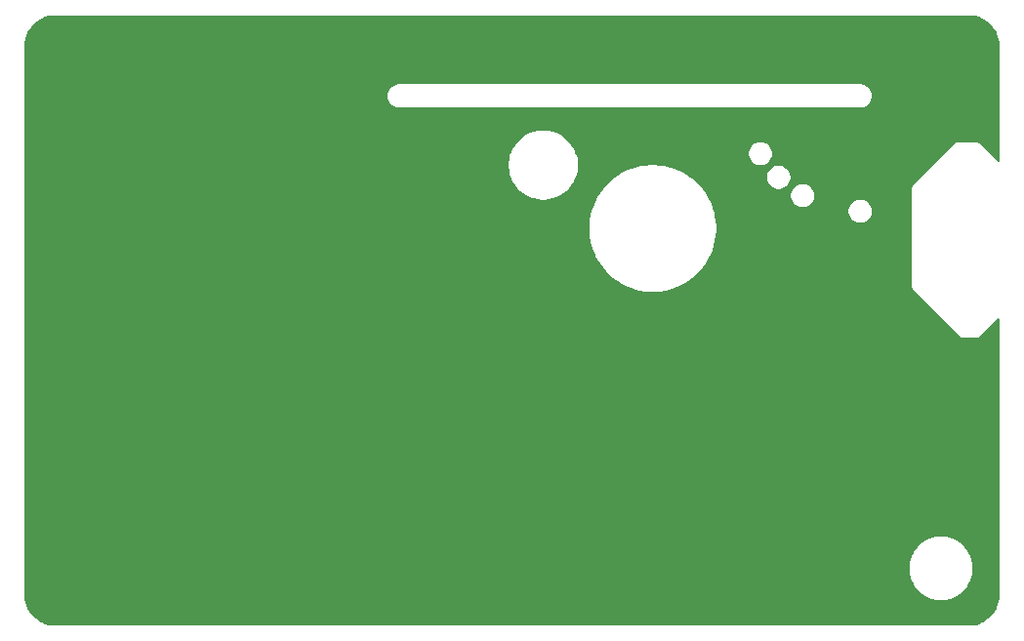
<source format=gbr>
%TF.GenerationSoftware,KiCad,Pcbnew,9.0.0*%
%TF.CreationDate,2025-03-10T22:23:41-04:00*%
%TF.ProjectId,cinnruler,63696e6e-7275-46c6-9572-2e6b69636164,rev?*%
%TF.SameCoordinates,Original*%
%TF.FileFunction,Copper,L1,Top*%
%TF.FilePolarity,Positive*%
%FSLAX46Y46*%
G04 Gerber Fmt 4.6, Leading zero omitted, Abs format (unit mm)*
G04 Created by KiCad (PCBNEW 9.0.0) date 2025-03-10 22:23:41*
%MOMM*%
%LPD*%
G01*
G04 APERTURE LIST*
G04 APERTURE END LIST*
%TA.AperFunction,NonConductor*%
G36*
X172420986Y-60499141D02*
G01*
X172450878Y-60500819D01*
X172710573Y-60515405D01*
X172724377Y-60516961D01*
X173006889Y-60564963D01*
X173020440Y-60568056D01*
X173295805Y-60647390D01*
X173308909Y-60651975D01*
X173559114Y-60755615D01*
X173573662Y-60761642D01*
X173586190Y-60767676D01*
X173836978Y-60906284D01*
X173848752Y-60913682D01*
X174082450Y-61079503D01*
X174093322Y-61088173D01*
X174306990Y-61279122D01*
X174316822Y-61288955D01*
X174507758Y-61502617D01*
X174516428Y-61513489D01*
X174682245Y-61747190D01*
X174689643Y-61758964D01*
X174828248Y-62009757D01*
X174834282Y-62022286D01*
X174943939Y-62287033D01*
X174948531Y-62300158D01*
X175027854Y-62575509D01*
X175030948Y-62589066D01*
X175078943Y-62871565D01*
X175080500Y-62885383D01*
X175096822Y-63176100D01*
X175097017Y-63183049D01*
X175097017Y-63214892D01*
X175097017Y-63244331D01*
X175097017Y-63244333D01*
X175097018Y-63254325D01*
X175097018Y-73089842D01*
X175077333Y-73156881D01*
X175024529Y-73202636D01*
X174955371Y-73212580D01*
X174891815Y-73183555D01*
X174885337Y-73177523D01*
X173307316Y-71599502D01*
X173307314Y-71599500D01*
X173200707Y-71537950D01*
X173193187Y-71533608D01*
X173129539Y-71516554D01*
X173065892Y-71499500D01*
X171565892Y-71499500D01*
X171434107Y-71499500D01*
X171306812Y-71533608D01*
X171192686Y-71599500D01*
X171192683Y-71599502D01*
X167599502Y-75192683D01*
X167599500Y-75192686D01*
X167533608Y-75306812D01*
X167499500Y-75434108D01*
X167499500Y-84065891D01*
X167533608Y-84193187D01*
X167566554Y-84250250D01*
X167599500Y-84307314D01*
X167599501Y-84307315D01*
X167599502Y-84307316D01*
X171595159Y-88302972D01*
X171595169Y-88302983D01*
X171599499Y-88307313D01*
X171599500Y-88307314D01*
X171692686Y-88400500D01*
X171806814Y-88466392D01*
X171934107Y-88500500D01*
X171934108Y-88500500D01*
X171934109Y-88500500D01*
X173065890Y-88500500D01*
X173065892Y-88500500D01*
X173193186Y-88466392D01*
X173307314Y-88400500D01*
X174885337Y-86822475D01*
X174946660Y-86788991D01*
X175016352Y-86793975D01*
X175072285Y-86835847D01*
X175096702Y-86901311D01*
X175097018Y-86910157D01*
X175097018Y-110794956D01*
X175096823Y-110801911D01*
X175080556Y-111091493D01*
X175078999Y-111105310D01*
X175030995Y-111387818D01*
X175027900Y-111401375D01*
X174948572Y-111676716D01*
X174943980Y-111689841D01*
X174834314Y-111954591D01*
X174828280Y-111967119D01*
X174689671Y-112217909D01*
X174682273Y-112229683D01*
X174516449Y-112463388D01*
X174507779Y-112474260D01*
X174316837Y-112687921D01*
X174307005Y-112697753D01*
X174093343Y-112888692D01*
X174082471Y-112897362D01*
X173848764Y-113063185D01*
X173836990Y-113070583D01*
X173586192Y-113209194D01*
X173573664Y-113215227D01*
X173308928Y-113324885D01*
X173295802Y-113329478D01*
X173020443Y-113408807D01*
X173006887Y-113411901D01*
X172724387Y-113459901D01*
X172710570Y-113461458D01*
X172550096Y-113470471D01*
X172420481Y-113477751D01*
X172413541Y-113477946D01*
X93251015Y-113477946D01*
X93243410Y-113477945D01*
X93243407Y-113477945D01*
X93213147Y-113477945D01*
X93180991Y-113477945D01*
X93180990Y-113477944D01*
X93174041Y-113477750D01*
X92884454Y-113461489D01*
X92870636Y-113459932D01*
X92588130Y-113411934D01*
X92574573Y-113408840D01*
X92299216Y-113329513D01*
X92286091Y-113324921D01*
X92021334Y-113215258D01*
X92008806Y-113209224D01*
X91758010Y-113070617D01*
X91746236Y-113063219D01*
X91512529Y-112897398D01*
X91501657Y-112888728D01*
X91287990Y-112697787D01*
X91278157Y-112687955D01*
X91087202Y-112474282D01*
X91078532Y-112463410D01*
X90912702Y-112229699D01*
X90905312Y-112217937D01*
X90766691Y-111967127D01*
X90760658Y-111954599D01*
X90752285Y-111934386D01*
X90650993Y-111689856D01*
X90646407Y-111676749D01*
X90567070Y-111401375D01*
X90563978Y-111387829D01*
X90534766Y-111215911D01*
X90515972Y-111105309D01*
X90514416Y-111091497D01*
X90511811Y-111045131D01*
X90498214Y-110803066D01*
X90498019Y-110796112D01*
X90498019Y-108345528D01*
X167249500Y-108345528D01*
X167249500Y-108654471D01*
X167284086Y-108961437D01*
X167284089Y-108961455D01*
X167352831Y-109262635D01*
X167352835Y-109262647D01*
X167454862Y-109554222D01*
X167454868Y-109554236D01*
X167588903Y-109832562D01*
X167588905Y-109832565D01*
X167753265Y-110094143D01*
X167945880Y-110335674D01*
X168164326Y-110554120D01*
X168405857Y-110746735D01*
X168667435Y-110911095D01*
X168945771Y-111045135D01*
X168945777Y-111045137D01*
X169237352Y-111147164D01*
X169237364Y-111147168D01*
X169538548Y-111215911D01*
X169538554Y-111215911D01*
X169538562Y-111215913D01*
X169743206Y-111238970D01*
X169845529Y-111250499D01*
X169845532Y-111250500D01*
X169845535Y-111250500D01*
X170154468Y-111250500D01*
X170154469Y-111250499D01*
X170311356Y-111232822D01*
X170461437Y-111215913D01*
X170461442Y-111215912D01*
X170461452Y-111215911D01*
X170762636Y-111147168D01*
X171054229Y-111045135D01*
X171332565Y-110911095D01*
X171594143Y-110746735D01*
X171835674Y-110554120D01*
X172054120Y-110335674D01*
X172246735Y-110094143D01*
X172411095Y-109832565D01*
X172545135Y-109554229D01*
X172647168Y-109262636D01*
X172715911Y-108961452D01*
X172750500Y-108654465D01*
X172750500Y-108345535D01*
X172715911Y-108038548D01*
X172647168Y-107737364D01*
X172545135Y-107445771D01*
X172411095Y-107167435D01*
X172246735Y-106905857D01*
X172054120Y-106664326D01*
X171835674Y-106445880D01*
X171594143Y-106253265D01*
X171332565Y-106088905D01*
X171332562Y-106088903D01*
X171054236Y-105954868D01*
X171054222Y-105954862D01*
X170762647Y-105852835D01*
X170762635Y-105852831D01*
X170461455Y-105784089D01*
X170461437Y-105784086D01*
X170154471Y-105749500D01*
X170154465Y-105749500D01*
X169845535Y-105749500D01*
X169845528Y-105749500D01*
X169538562Y-105784086D01*
X169538544Y-105784089D01*
X169237364Y-105852831D01*
X169237352Y-105852835D01*
X168945777Y-105954862D01*
X168945763Y-105954868D01*
X168667437Y-106088903D01*
X168405858Y-106253264D01*
X168164326Y-106445879D01*
X167945879Y-106664326D01*
X167753264Y-106905858D01*
X167588903Y-107167437D01*
X167454868Y-107445763D01*
X167454862Y-107445777D01*
X167352835Y-107737352D01*
X167352831Y-107737364D01*
X167284089Y-108038544D01*
X167284086Y-108038562D01*
X167249500Y-108345528D01*
X90498019Y-108345528D01*
X90498019Y-78783885D01*
X139499500Y-78783885D01*
X139499500Y-78803735D01*
X139499500Y-79216115D01*
X139533412Y-79647013D01*
X139601028Y-80073922D01*
X139701930Y-80494210D01*
X139701934Y-80494221D01*
X139835494Y-80905280D01*
X139906887Y-81077638D01*
X140000904Y-81304615D01*
X140058463Y-81417580D01*
X140197136Y-81689740D01*
X140197142Y-81689751D01*
X140422966Y-82058262D01*
X140422974Y-82058273D01*
X140677025Y-82407946D01*
X140677035Y-82407960D01*
X140957737Y-82736617D01*
X140957743Y-82736624D01*
X141263376Y-83042257D01*
X141263382Y-83042262D01*
X141592039Y-83322964D01*
X141592046Y-83322969D01*
X141941728Y-83577027D01*
X141941732Y-83577029D01*
X141941737Y-83577033D01*
X142310248Y-83802857D01*
X142310254Y-83802860D01*
X142310265Y-83802867D01*
X142695385Y-83999096D01*
X143094714Y-84164503D01*
X143094719Y-84164505D01*
X143182991Y-84193186D01*
X143505790Y-84298070D01*
X143926078Y-84398972D01*
X144352987Y-84466588D01*
X144783885Y-84500500D01*
X144783893Y-84500500D01*
X145216107Y-84500500D01*
X145216115Y-84500500D01*
X145647013Y-84466588D01*
X146073922Y-84398972D01*
X146494210Y-84298070D01*
X146905286Y-84164503D01*
X147304615Y-83999096D01*
X147689735Y-83802867D01*
X148058272Y-83577027D01*
X148407954Y-83322969D01*
X148736624Y-83042257D01*
X149042257Y-82736624D01*
X149322969Y-82407954D01*
X149577027Y-82058272D01*
X149802867Y-81689735D01*
X149999096Y-81304615D01*
X150164503Y-80905286D01*
X150298070Y-80494210D01*
X150398972Y-80073922D01*
X150466588Y-79647013D01*
X150500500Y-79216115D01*
X150500500Y-78783885D01*
X150466588Y-78352987D01*
X150398972Y-77926078D01*
X150320338Y-77598543D01*
X161999498Y-77598543D01*
X162037946Y-77791829D01*
X162037949Y-77791839D01*
X162113363Y-77973907D01*
X162113370Y-77973920D01*
X162222859Y-78137781D01*
X162222862Y-78137785D01*
X162362213Y-78277136D01*
X162362217Y-78277139D01*
X162526078Y-78386628D01*
X162526091Y-78386635D01*
X162708159Y-78462049D01*
X162708164Y-78462051D01*
X162708168Y-78462051D01*
X162708169Y-78462052D01*
X162901455Y-78500500D01*
X162901458Y-78500500D01*
X163098542Y-78500500D01*
X163228581Y-78474632D01*
X163291834Y-78462051D01*
X163473913Y-78386632D01*
X163637781Y-78277139D01*
X163777138Y-78137782D01*
X163886631Y-77973914D01*
X163962050Y-77791835D01*
X164000499Y-77598541D01*
X164000499Y-77401459D01*
X164000499Y-77401456D01*
X163962051Y-77208170D01*
X163962050Y-77208169D01*
X163962050Y-77208165D01*
X163926485Y-77122302D01*
X163886634Y-77026092D01*
X163886627Y-77026079D01*
X163777138Y-76862218D01*
X163777135Y-76862214D01*
X163637784Y-76722863D01*
X163637780Y-76722860D01*
X163473919Y-76613371D01*
X163473906Y-76613364D01*
X163291838Y-76537950D01*
X163291828Y-76537947D01*
X163098542Y-76499500D01*
X163098540Y-76499500D01*
X162901458Y-76499500D01*
X162901456Y-76499500D01*
X162708169Y-76537947D01*
X162708159Y-76537950D01*
X162526091Y-76613364D01*
X162526078Y-76613371D01*
X162362217Y-76722860D01*
X162362213Y-76722863D01*
X162222862Y-76862214D01*
X162222859Y-76862218D01*
X162113370Y-77026079D01*
X162113363Y-77026092D01*
X162037949Y-77208160D01*
X162037946Y-77208170D01*
X161999499Y-77401456D01*
X161999499Y-77401459D01*
X161999499Y-77598541D01*
X161999499Y-77598543D01*
X161999498Y-77598543D01*
X150320338Y-77598543D01*
X150298070Y-77505790D01*
X150201364Y-77208160D01*
X150164505Y-77094719D01*
X150164503Y-77094714D01*
X149999096Y-76695385D01*
X149802867Y-76310265D01*
X149771325Y-76258793D01*
X156999498Y-76258793D01*
X157037946Y-76452079D01*
X157037949Y-76452089D01*
X157113363Y-76634157D01*
X157113370Y-76634170D01*
X157222859Y-76798031D01*
X157222862Y-76798035D01*
X157362213Y-76937386D01*
X157362217Y-76937389D01*
X157526078Y-77046878D01*
X157526091Y-77046885D01*
X157708159Y-77122299D01*
X157708164Y-77122301D01*
X157708168Y-77122301D01*
X157708169Y-77122302D01*
X157901455Y-77160750D01*
X157901458Y-77160750D01*
X158098542Y-77160750D01*
X158228581Y-77134882D01*
X158291834Y-77122301D01*
X158473913Y-77046882D01*
X158637781Y-76937389D01*
X158777138Y-76798032D01*
X158886631Y-76634164D01*
X158962050Y-76452085D01*
X158990260Y-76310265D01*
X159000499Y-76258793D01*
X159000499Y-76061706D01*
X158962051Y-75868420D01*
X158962050Y-75868419D01*
X158962050Y-75868415D01*
X158909201Y-75740825D01*
X158886634Y-75686342D01*
X158886627Y-75686329D01*
X158777138Y-75522468D01*
X158777135Y-75522464D01*
X158637784Y-75383113D01*
X158637780Y-75383110D01*
X158473919Y-75273621D01*
X158473906Y-75273614D01*
X158291838Y-75198200D01*
X158291828Y-75198197D01*
X158098542Y-75159750D01*
X158098540Y-75159750D01*
X157901458Y-75159750D01*
X157901456Y-75159750D01*
X157708169Y-75198197D01*
X157708159Y-75198200D01*
X157526091Y-75273614D01*
X157526078Y-75273621D01*
X157362217Y-75383110D01*
X157362213Y-75383113D01*
X157222862Y-75522464D01*
X157222859Y-75522468D01*
X157113370Y-75686329D01*
X157113363Y-75686342D01*
X157037949Y-75868410D01*
X157037946Y-75868420D01*
X156999499Y-76061706D01*
X156999499Y-76061709D01*
X156999499Y-76258791D01*
X156999499Y-76258793D01*
X156999498Y-76258793D01*
X149771325Y-76258793D01*
X149577027Y-75941728D01*
X149322969Y-75592046D01*
X149322964Y-75592039D01*
X149051007Y-75273621D01*
X149042257Y-75263376D01*
X148736624Y-74957743D01*
X148731870Y-74953683D01*
X148407960Y-74677035D01*
X148407946Y-74677025D01*
X148396271Y-74668543D01*
X154929498Y-74668543D01*
X154967946Y-74861829D01*
X154967949Y-74861839D01*
X155043363Y-75043907D01*
X155043370Y-75043920D01*
X155152859Y-75207781D01*
X155152862Y-75207785D01*
X155292213Y-75347136D01*
X155292217Y-75347139D01*
X155456078Y-75456628D01*
X155456091Y-75456635D01*
X155615028Y-75522468D01*
X155638164Y-75532051D01*
X155638168Y-75532051D01*
X155638169Y-75532052D01*
X155831455Y-75570500D01*
X155831458Y-75570500D01*
X156028542Y-75570500D01*
X156158581Y-75544632D01*
X156221834Y-75532051D01*
X156362654Y-75473721D01*
X156403906Y-75456635D01*
X156403906Y-75456634D01*
X156403913Y-75456632D01*
X156567781Y-75347139D01*
X156707138Y-75207782D01*
X156816631Y-75043914D01*
X156892050Y-74861835D01*
X156922501Y-74708751D01*
X156930499Y-74668543D01*
X156930499Y-74471456D01*
X156892051Y-74278170D01*
X156892050Y-74278169D01*
X156892050Y-74278165D01*
X156892048Y-74278160D01*
X156816634Y-74096092D01*
X156816627Y-74096079D01*
X156707138Y-73932218D01*
X156707135Y-73932214D01*
X156567784Y-73792863D01*
X156567780Y-73792860D01*
X156403919Y-73683371D01*
X156403906Y-73683364D01*
X156221838Y-73607950D01*
X156221828Y-73607947D01*
X156028542Y-73569500D01*
X156028540Y-73569500D01*
X155831458Y-73569500D01*
X155831456Y-73569500D01*
X155638169Y-73607947D01*
X155638159Y-73607950D01*
X155456091Y-73683364D01*
X155456078Y-73683371D01*
X155292217Y-73792860D01*
X155292213Y-73792863D01*
X155152862Y-73932214D01*
X155152859Y-73932218D01*
X155043370Y-74096079D01*
X155043363Y-74096092D01*
X154967949Y-74278160D01*
X154967946Y-74278170D01*
X154929499Y-74471456D01*
X154929499Y-74471459D01*
X154929499Y-74668541D01*
X154929499Y-74668543D01*
X154929498Y-74668543D01*
X148396271Y-74668543D01*
X148254699Y-74565685D01*
X148058273Y-74422974D01*
X148058262Y-74422966D01*
X147689751Y-74197142D01*
X147689740Y-74197136D01*
X147689739Y-74197135D01*
X147689735Y-74197133D01*
X147304615Y-74000904D01*
X147037069Y-73890083D01*
X146905280Y-73835494D01*
X146612796Y-73740461D01*
X146494210Y-73701930D01*
X146073922Y-73601028D01*
X145647013Y-73533412D01*
X145216120Y-73499500D01*
X145216115Y-73499500D01*
X144783885Y-73499500D01*
X144783879Y-73499500D01*
X144352986Y-73533412D01*
X144352985Y-73533412D01*
X143926083Y-73601027D01*
X143926080Y-73601027D01*
X143926078Y-73601028D01*
X143897246Y-73607950D01*
X143505801Y-73701927D01*
X143505795Y-73701928D01*
X143505790Y-73701930D01*
X143505778Y-73701934D01*
X143094719Y-73835494D01*
X142695387Y-74000903D01*
X142310259Y-74197136D01*
X142310248Y-74197142D01*
X141941737Y-74422966D01*
X141941726Y-74422974D01*
X141592053Y-74677025D01*
X141592039Y-74677035D01*
X141263382Y-74957737D01*
X141263368Y-74957750D01*
X140957750Y-75263368D01*
X140957737Y-75263382D01*
X140677035Y-75592039D01*
X140677025Y-75592053D01*
X140422974Y-75941726D01*
X140422966Y-75941737D01*
X140197142Y-76310248D01*
X140197136Y-76310259D01*
X140000903Y-76695387D01*
X139835494Y-77094719D01*
X139701934Y-77505778D01*
X139701927Y-77505801D01*
X139601027Y-77926083D01*
X139533412Y-78352985D01*
X139533412Y-78352986D01*
X139521803Y-78500500D01*
X139499500Y-78783885D01*
X90498019Y-78783885D01*
X90498019Y-73331491D01*
X132499500Y-73331491D01*
X132499500Y-73668508D01*
X132537231Y-74003381D01*
X132537233Y-74003397D01*
X132612223Y-74331953D01*
X132612227Y-74331965D01*
X132723532Y-74650054D01*
X132869752Y-74953683D01*
X132900931Y-75003304D01*
X133049054Y-75239039D01*
X133259175Y-75502523D01*
X133497477Y-75740825D01*
X133760961Y-75950946D01*
X134046314Y-76130246D01*
X134349949Y-76276469D01*
X134588848Y-76360063D01*
X134668034Y-76387772D01*
X134668046Y-76387776D01*
X134996606Y-76462767D01*
X135331492Y-76500499D01*
X135331493Y-76500500D01*
X135331496Y-76500500D01*
X135668507Y-76500500D01*
X135668507Y-76500499D01*
X136003394Y-76462767D01*
X136331954Y-76387776D01*
X136650051Y-76276469D01*
X136953686Y-76130246D01*
X137239039Y-75950946D01*
X137502523Y-75740825D01*
X137740825Y-75502523D01*
X137950946Y-75239039D01*
X138130246Y-74953686D01*
X138276469Y-74650051D01*
X138387776Y-74331954D01*
X138462767Y-74003394D01*
X138500500Y-73668504D01*
X138500500Y-73331496D01*
X138462767Y-72996606D01*
X138387776Y-72668046D01*
X138363456Y-72598543D01*
X153339298Y-72598543D01*
X153377746Y-72791829D01*
X153377749Y-72791839D01*
X153453163Y-72973907D01*
X153453170Y-72973920D01*
X153562659Y-73137781D01*
X153562662Y-73137785D01*
X153702013Y-73277136D01*
X153702017Y-73277139D01*
X153865878Y-73386628D01*
X153865891Y-73386635D01*
X154047959Y-73462049D01*
X154047964Y-73462051D01*
X154047968Y-73462051D01*
X154047969Y-73462052D01*
X154241255Y-73500500D01*
X154241258Y-73500500D01*
X154438342Y-73500500D01*
X154568381Y-73474632D01*
X154631634Y-73462051D01*
X154813713Y-73386632D01*
X154977581Y-73277139D01*
X155116938Y-73137782D01*
X155226431Y-72973914D01*
X155301850Y-72791835D01*
X155314431Y-72728582D01*
X155340299Y-72598543D01*
X155340299Y-72401456D01*
X155301851Y-72208170D01*
X155301850Y-72208169D01*
X155301850Y-72208165D01*
X155290862Y-72181638D01*
X155226434Y-72026092D01*
X155226427Y-72026079D01*
X155116938Y-71862218D01*
X155116935Y-71862214D01*
X154977584Y-71722863D01*
X154977580Y-71722860D01*
X154813719Y-71613371D01*
X154813706Y-71613364D01*
X154631638Y-71537950D01*
X154631628Y-71537947D01*
X154438342Y-71499500D01*
X154438340Y-71499500D01*
X154241258Y-71499500D01*
X154241256Y-71499500D01*
X154047969Y-71537947D01*
X154047959Y-71537950D01*
X153865891Y-71613364D01*
X153865878Y-71613371D01*
X153702017Y-71722860D01*
X153702013Y-71722863D01*
X153562662Y-71862214D01*
X153562659Y-71862218D01*
X153453170Y-72026079D01*
X153453163Y-72026092D01*
X153377749Y-72208160D01*
X153377746Y-72208170D01*
X153339299Y-72401456D01*
X153339299Y-72401459D01*
X153339299Y-72598541D01*
X153339299Y-72598543D01*
X153339298Y-72598543D01*
X138363456Y-72598543D01*
X138276469Y-72349949D01*
X138130246Y-72046314D01*
X137950946Y-71760961D01*
X137740825Y-71497477D01*
X137502523Y-71259175D01*
X137239039Y-71049054D01*
X136953686Y-70869754D01*
X136953683Y-70869752D01*
X136650054Y-70723532D01*
X136331965Y-70612227D01*
X136331953Y-70612223D01*
X136003397Y-70537233D01*
X136003381Y-70537231D01*
X135668508Y-70499500D01*
X135668504Y-70499500D01*
X135331496Y-70499500D01*
X135331491Y-70499500D01*
X134996618Y-70537231D01*
X134996602Y-70537233D01*
X134668046Y-70612223D01*
X134668034Y-70612227D01*
X134349945Y-70723532D01*
X134046316Y-70869752D01*
X133760962Y-71049053D01*
X133497477Y-71259174D01*
X133259174Y-71497477D01*
X133049053Y-71760962D01*
X132869752Y-72046316D01*
X132723532Y-72349945D01*
X132612227Y-72668034D01*
X132612223Y-72668046D01*
X132537233Y-72996602D01*
X132537231Y-72996618D01*
X132499500Y-73331491D01*
X90498019Y-73331491D01*
X90498019Y-67499999D01*
X121995214Y-67499999D01*
X121995214Y-67500000D01*
X122012321Y-67684628D01*
X122063064Y-67862968D01*
X122063069Y-67862981D01*
X122145714Y-68028952D01*
X122257455Y-68176922D01*
X122394480Y-68301836D01*
X122394482Y-68301838D01*
X122552124Y-68399446D01*
X122552125Y-68399446D01*
X122552128Y-68399448D01*
X122725027Y-68466429D01*
X122907290Y-68500500D01*
X122934108Y-68500500D01*
X162926494Y-68500500D01*
X162926510Y-68500501D01*
X162934106Y-68500501D01*
X163092706Y-68500501D01*
X163092708Y-68500501D01*
X163274971Y-68466430D01*
X163447871Y-68399449D01*
X163605519Y-68301838D01*
X163742546Y-68176921D01*
X163854287Y-68028953D01*
X163936936Y-67862971D01*
X163987679Y-67684629D01*
X164004787Y-67500000D01*
X163987679Y-67315371D01*
X163936936Y-67137029D01*
X163854287Y-66971047D01*
X163742546Y-66823079D01*
X163742544Y-66823076D01*
X163605519Y-66698162D01*
X163605517Y-66698160D01*
X163447876Y-66600554D01*
X163447873Y-66600552D01*
X163447871Y-66600551D01*
X163447870Y-66600550D01*
X163447869Y-66600550D01*
X163274976Y-66533572D01*
X163274971Y-66533570D01*
X163092708Y-66499499D01*
X162999998Y-66499499D01*
X162934106Y-66499499D01*
X162926510Y-66499499D01*
X162926494Y-66499500D01*
X123065892Y-66499500D01*
X123000000Y-66499500D01*
X122907290Y-66499500D01*
X122725027Y-66533571D01*
X122725024Y-66533571D01*
X122725024Y-66533572D01*
X122552130Y-66600551D01*
X122552124Y-66600553D01*
X122394482Y-66698161D01*
X122394480Y-66698163D01*
X122257455Y-66823077D01*
X122145714Y-66971047D01*
X122063069Y-67137018D01*
X122063064Y-67137031D01*
X122012321Y-67315371D01*
X121995214Y-67499999D01*
X90498019Y-67499999D01*
X90498019Y-63181919D01*
X90498214Y-63174966D01*
X90508173Y-62997634D01*
X90514477Y-62885379D01*
X90516031Y-62871582D01*
X90564034Y-62589066D01*
X90567127Y-62575513D01*
X90646457Y-62300153D01*
X90651050Y-62287028D01*
X90652686Y-62283079D01*
X90760714Y-62022276D01*
X90766734Y-62009776D01*
X90905358Y-61758954D01*
X90912748Y-61747193D01*
X91078579Y-61513479D01*
X91087233Y-61502626D01*
X91278197Y-61288936D01*
X91288012Y-61279122D01*
X91501695Y-61088162D01*
X91512549Y-61079507D01*
X91746266Y-60913677D01*
X91758034Y-60906284D01*
X91777336Y-60895615D01*
X92008841Y-60767666D01*
X92021352Y-60761642D01*
X92286103Y-60651978D01*
X92299220Y-60647388D01*
X92574589Y-60568055D01*
X92588136Y-60564963D01*
X92870656Y-60516961D01*
X92884451Y-60515407D01*
X93069559Y-60505011D01*
X93174105Y-60499141D01*
X93181057Y-60498946D01*
X93243410Y-60498946D01*
X172351623Y-60498946D01*
X172414033Y-60498946D01*
X172420986Y-60499141D01*
G37*
%TD.AperFunction*%
M02*

</source>
